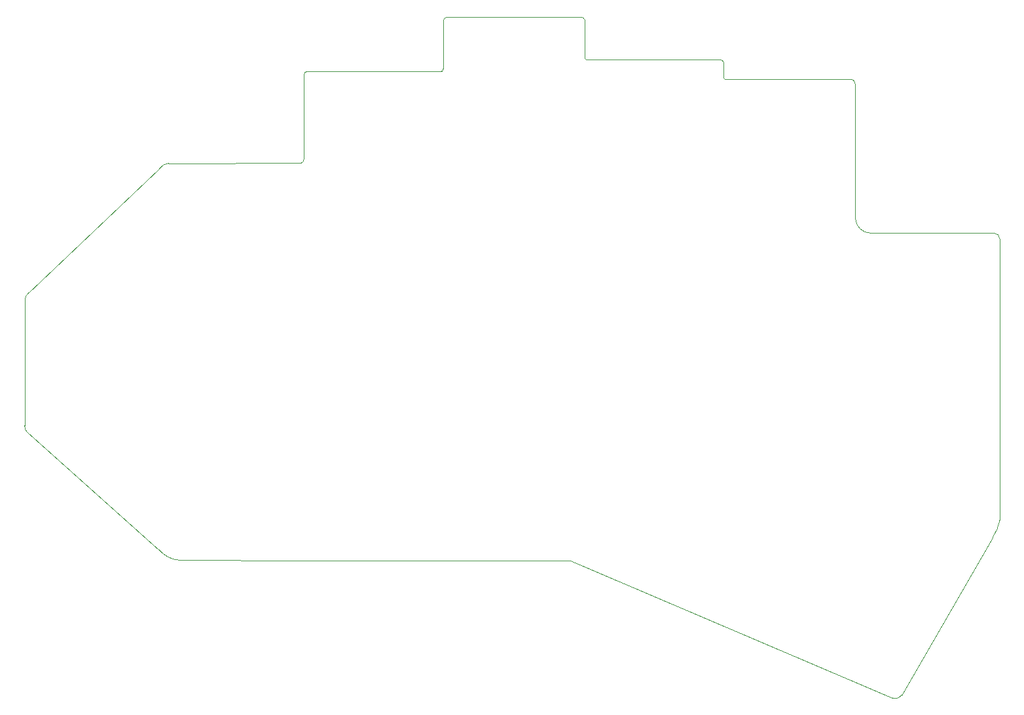
<source format=gbr>
%TF.GenerationSoftware,KiCad,Pcbnew,(6.0.2-0)*%
%TF.CreationDate,2022-03-04T16:27:53-06:00*%
%TF.ProjectId,Exkeylibur,45786b65-796c-4696-9275-722e6b696361,rev?*%
%TF.SameCoordinates,Original*%
%TF.FileFunction,Profile,NP*%
%FSLAX46Y46*%
G04 Gerber Fmt 4.6, Leading zero omitted, Abs format (unit mm)*
G04 Created by KiCad (PCBNEW (6.0.2-0)) date 2022-03-04 16:27:53*
%MOMM*%
%LPD*%
G01*
G04 APERTURE LIST*
%TA.AperFunction,Profile*%
%ADD10C,0.050000*%
%TD*%
G04 APERTURE END LIST*
D10*
X56510425Y-91681637D02*
X91040425Y-91676425D01*
X91040425Y-91676425D02*
X132720425Y-109466425D01*
X20880425Y-75136425D02*
X37910425Y-90326425D01*
X127937536Y-47399211D02*
X127937580Y-30074631D01*
X127937537Y-47399211D02*
G75*
G03*
X129972537Y-49330129I2000000J70001D01*
G01*
X146627535Y-50077212D02*
G75*
G03*
X145877535Y-49327212I-750000J0D01*
G01*
X37910425Y-90326425D02*
G75*
G03*
X40561526Y-91671637I2949540J2527901D01*
G01*
X127937580Y-30074631D02*
G75*
G03*
X127471526Y-29394101I-729878J2D01*
G01*
X129972537Y-49330129D02*
X145877535Y-49327212D01*
X146627535Y-58055212D02*
X146627535Y-66183212D01*
X146627535Y-50077212D02*
X146627535Y-58055212D01*
X37930425Y-41026425D02*
X21010425Y-57076425D01*
X146627535Y-66183212D02*
X146620425Y-86486425D01*
X110911526Y-27251637D02*
X110911526Y-29201637D01*
X56261526Y-40271637D02*
G75*
G03*
X56641526Y-39741637I-144397J504756D01*
G01*
X75171526Y-21361373D02*
X92508680Y-21361373D01*
X56511526Y-91681637D02*
X40561526Y-91671637D01*
X75171526Y-21361373D02*
G75*
G03*
X74651526Y-21931637I49037J-566930D01*
G01*
X39101526Y-40281637D02*
G75*
G03*
X37940425Y-41006425I250330J-1693454D01*
G01*
X110911526Y-27251637D02*
G75*
G03*
X110471526Y-26881637I-460869J-101439D01*
G01*
X57111526Y-28371373D02*
G75*
G03*
X56641526Y-28891637I44364J-512506D01*
G01*
X57111526Y-28371373D02*
X74441526Y-28361637D01*
X74441526Y-28361638D02*
G75*
G03*
X74651526Y-28071637I-42225J251612D01*
G01*
X21010425Y-57076426D02*
G75*
G03*
X20550425Y-58076425I720438J-937201D01*
G01*
X133880425Y-109116425D02*
X145670425Y-88756425D01*
X92951526Y-26671637D02*
G75*
G03*
X93151526Y-26881637I258598J46045D01*
G01*
X56641526Y-28891637D02*
X56641526Y-39741637D01*
X39101526Y-40281637D02*
X56241526Y-40271637D01*
X145670425Y-88756425D02*
G75*
G03*
X146620425Y-86486425I-4886197J3378673D01*
G01*
X92951526Y-21751637D02*
X92951526Y-26671637D01*
X74651526Y-21931637D02*
X74651526Y-28071637D01*
X93151526Y-26881637D02*
X110471526Y-26881637D01*
X132720425Y-109466425D02*
G75*
G03*
X133880425Y-109116425I394326J790376D01*
G01*
X20550425Y-58076425D02*
X20510425Y-74256425D01*
X110911527Y-29201637D02*
G75*
G03*
X111061526Y-29391637I201105J4557D01*
G01*
X20510424Y-74236425D02*
G75*
G03*
X20880425Y-75136425I1195698J-34491D01*
G01*
X92951526Y-21751637D02*
G75*
G03*
X92508680Y-21361373I-463650J-79731D01*
G01*
X111061526Y-29394101D02*
X127471526Y-29394101D01*
M02*

</source>
